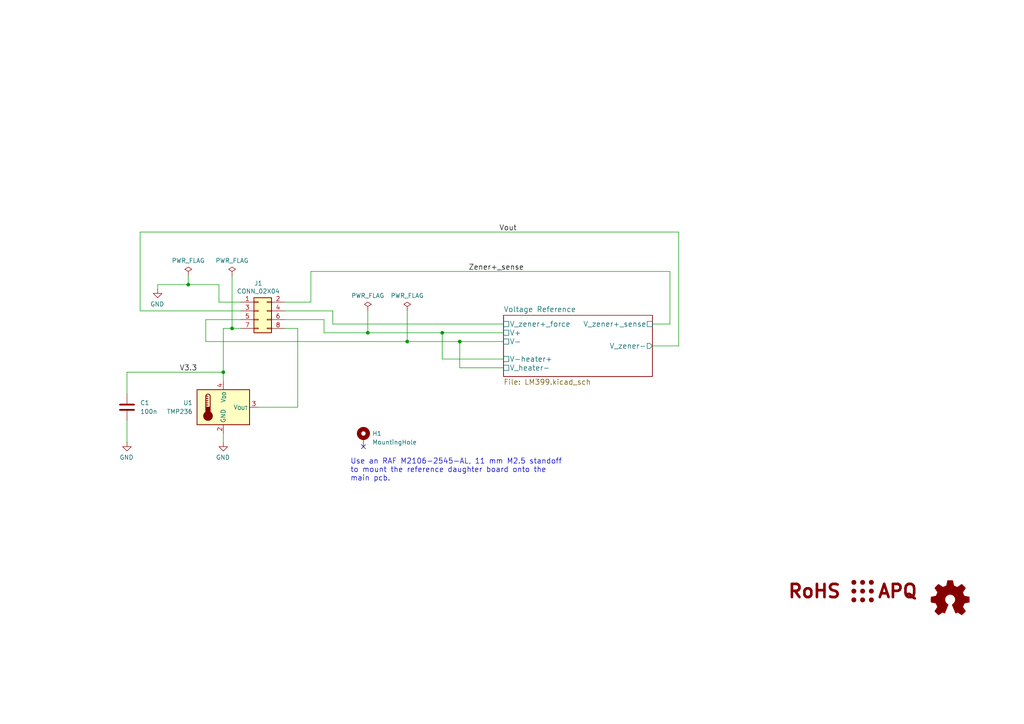
<source format=kicad_sch>
(kicad_sch (version 20231120) (generator "eeschema") (generator_version "8.0")
  (paper "A4")
  (title_block (title "LM399/ADR1399 negative voltage reference") (date "2024-07-30") (rev "3.4.2") (comment 1 "Copyright (©) 2024, Patrick Baus <patrick.baus@physik.tu-darmstadt.de>") (comment 2 "Licensed under CERN OHL-W v2.0"))
  (lib_symbols
    (symbol "Connector_Generic:Conn_02x04_Odd_Even" (pin_names (offset 1.016) hide)
      (property "Reference" "J" (at 1.27 5.08 0))
      (property "Value" "Conn_02x04_Odd_Even" (at 1.27 -7.62 0))
      (symbol "Conn_02x04_Odd_Even_1_1"
        (rectangle (start -1.27 -4.953) (end 0 -5.207) (stroke (width 0.1524)))
        (rectangle (start -1.27 -2.413) (end 0 -2.667) (stroke (width 0.1524)))
        (rectangle (start -1.27 0.127) (end 0 -0.127) (stroke (width 0.1524)))
        (rectangle (start -1.27 2.667) (end 0 2.413) (stroke (width 0.1524)))
        (rectangle (start -1.27 3.81) (end 3.81 -6.35) (stroke (width 0.254)) (fill (type background)))
        (rectangle (start 3.81 -4.953) (end 2.54 -5.207) (stroke (width 0.1524)))
        (rectangle (start 3.81 -2.413) (end 2.54 -2.667) (stroke (width 0.1524)))
        (rectangle (start 3.81 0.127) (end 2.54 -0.127) (stroke (width 0.1524)))
        (rectangle (start 3.81 2.667) (end 2.54 2.413) (stroke (width 0.1524)))
        (pin passive line (at -5.08 2.54 0) (length 3.81) (name "Pin_1") (number "1"))
        (pin passive line (at 7.62 2.54 180) (length 3.81) (name "Pin_2") (number "2"))
        (pin passive line (at -5.08 0 0) (length 3.81) (name "Pin_3") (number "3"))
        (pin passive line (at 7.62 0 180) (length 3.81) (name "Pin_4") (number "4"))
        (pin passive line (at -5.08 -2.54 0) (length 3.81) (name "Pin_5") (number "5"))
        (pin passive line (at 7.62 -2.54 180) (length 3.81) (name "Pin_6") (number "6"))
        (pin passive line (at -5.08 -5.08 0) (length 3.81) (name "Pin_7") (number "7"))
        (pin passive line (at 7.62 -5.08 180) (length 3.81) (name "Pin_8") (number "8"))
      )
    )
    (symbol "Custom_logos:Logo_APQ" (pin_names (offset 1.016)) (in_bom no)
      (symbol "Logo_APQ_0_0"
        (text "APQ" (at 3.81 0 0) (effects (font (size 3.81 3.81) (bold yes))))
      )
      (symbol "Logo_APQ_0_1"
        (circle (center -8.89 0) (radius 0.635) (fill (type outline)))
        (circle (center -8.89 2.54) (radius 0.635) (fill (type outline)))
        (circle (center -6.35 0) (radius 0.635) (fill (type outline)))
        (circle (center -6.35 2.54) (radius 0.635) (fill (type outline)))
        (circle (center -3.81 2.54) (radius 0.635) (fill (type outline)))
      )
      (symbol "Logo_APQ_1_1"
        (circle (center -8.89 -2.54) (radius 0.635) (fill (type outline)))
        (circle (center -6.35 -2.54) (radius 0.635) (fill (type outline)))
        (circle (center -3.81 -2.54) (radius 0.635) (fill (type outline)))
        (circle (center -3.81 0) (radius 0.635) (fill (type outline)))
      )
    )
    (symbol "Custom_logos:SYM_RoHS" (in_bom no) (on_board no)
      (symbol "SYM_RoHS_1_0"
        (text "RoHS" (at 0 0 0) (effects (font (size 3.81 3.81) (bold yes))))
      )
    )
    (symbol "Device:C" (pin_numbers hide) (pin_names (offset 0.254))
      (property "Reference" "C" (at 0.635 2.54 0))
      (property "Value" "C" (at 0.635 -2.54 0))
      (symbol "C_0_1"
        (polyline (pts (xy -2.032 -0.762) (xy 2.032 -0.762)) (stroke (width 0.508)))
        (polyline (pts (xy -2.032 0.762) (xy 2.032 0.762)) (stroke (width 0.508)))
      )
      (symbol "C_1_1"
        (pin passive line (at 0 3.81 270) (length 2.794) (name "~") (number "1"))
        (pin passive line (at 0 -3.81 90) (length 2.794) (name "~") (number "2"))
      )
    )
    (symbol "Graphic:Logo_Open_Hardware_Small" (in_bom no) (on_board no)
      (symbol "Logo_Open_Hardware_Small_0_1"
        (polyline (pts (xy 3.3528 -4.3434) (xy 3.302 -4.318) (xy 3.175 -4.2418) (xy 2.9972 -4.1148) (xy 2.7686 -3.9624) (xy 2.54 -3.81) (xy 2.3622 -3.7084) (xy 2.2352 -3.6068) (xy 2.1844 -3.5814) (xy 2.159 -3.6068) (xy 2.0574 -3.6576) (xy 1.905 -3.7338) (xy 1.8034 -3.7846) (xy 1.6764 -3.8354) (xy 1.6002 -3.8354) (xy 1.6002 -3.8354) (xy 1.5494 -3.7338) (xy 1.4732 -3.5306) (xy 1.3462 -3.302) (xy 1.2446 -3.0226) (xy 1.1176 -2.7178) (xy 0.9652 -2.413) (xy 0.8636 -2.1082) (xy 0.7366 -1.8288) (xy 0.6604 -1.6256) (xy 0.6096 -1.4732) (xy 0.5842 -1.397) (xy 0.5842 -1.397) (xy 0.6604 -1.3208) (xy 0.7874 -1.2446) (xy 1.0414 -1.016) (xy 1.2954 -0.6858) (xy 1.4478 -0.3302) (xy 1.524 0.0762) (xy 1.4732 0.4572) (xy 1.3208 0.8128) (xy 1.0668 1.143) (xy 0.762 1.3716) (xy 0.4064 1.524) (xy 0 1.5748) (xy -0.381 1.5494) (xy -0.7366 1.397) (xy -1.0668 1.143) (xy -1.2192 0.9906) (xy -1.397 0.6604) (xy -1.524 0.3048) (xy -1.524 0.2286) (xy -1.4986 -0.1778) (xy -1.397 -0.5334) (xy -1.1938 -0.8636) (xy -0.9144 -1.143) (xy -0.8636 -1.1684) (xy -0.7366 -1.27) (xy -0.635 -1.3462) (xy -0.5842 -1.397) (xy -1.0668 -2.5908) (xy -1.143 -2.794) (xy -1.2954 -3.1242) (xy -1.397 -3.4036) (xy -1.4986 -3.6322) (xy -1.5748 -3.7846) (xy -1.6002 -3.8354) (xy -1.6002 -3.8354) (xy -1.651 -3.8354) (xy -1.7272 -3.81) (xy -1.905 -3.7338) (xy -2.0066 -3.683) (xy -2.1336 -3.6068) (xy -2.2098 -3.5814) (xy -2.2606 -3.6068) (xy -2.3622 -3.683) (xy -2.54 -3.81) (xy -2.7686 -3.9624) (xy -2.9718 -4.0894) (xy -3.1496 -4.2164) (xy -3.302 -4.318) (xy -3.3528 -4.3434) (xy -3.3782 -4.3434) (xy -3.429 -4.318) (xy -3.5306 -4.2164) (xy -3.7084 -4.064) (xy -3.937 -3.8354) (xy -3.9624 -3.81) (xy -4.1656 -3.6068) (xy -4.318 -3.4544) (xy -4.4196 -3.3274) (xy -4.445 -3.2766) (xy -4.445 -3.2766) (xy -4.4196 -3.2258) (xy -4.318 -3.0734) (xy -4.2164 -2.8956) (xy -4.064 -2.667) (xy -3.6576 -2.0828) (xy -3.8862 -1.5494) (xy -3.937 -1.3716) (xy -4.0386 -1.1684) (xy -4.0894 -1.0414) (xy -4.1148 -0.9652) (xy -4.191 -0.9398) (xy -4.318 -0.9144) (xy -4.5466 -0.8636) (xy -4.8006 -0.8128) (xy -5.0546 -0.7874) (xy -5.2578 -0.7366) (xy -5.4356 -0.7112) (xy -5.5118 -0.6858) (xy -5.5118 -0.6858) (xy -5.5372 -0.635) (xy -5.5372 -0.5588) (xy -5.5372 -0.4318) (xy -5.5626 -0.2286) (xy -5.5626 0.0762) (xy -5.5626 0.127) (xy -5.5372 0.4064) (xy -5.5372 0.635) (xy -5.5372 0.762) (xy -5.5372 0.8382) (xy -5.5372 0.8382) (xy -5.461 0.8382) (xy -5.3086 0.889) (xy -5.08 0.9144) (xy -4.826 0.9652) (xy -4.8006 0.9906) (xy -4.5466 1.0414) (xy -4.318 1.0668) (xy -4.1656 1.1176) (xy -4.0894 1.143) (xy -4.0894 1.143) (xy -4.0386 1.2446) (xy -3.9624 1.4224) (xy -3.8608 1.6256) (xy -3.7846 1.8288) (xy -3.7084 2.0066) (xy -3.6576 2.159) (xy -3.6322 2.2098) (xy -3.6322 2.2098) (xy -3.683 2.286) (xy -3.7592 2.413) (xy -3.8862 2.5908) (xy -4.064 2.8194) (xy -4.064 2.8448) (xy -4.2164 3.0734) (xy -4.3434 3.2512) (xy -4.4196 3.3782) (xy -4.445 3.4544) (xy -4.445 3.4544) (xy -4.3942 3.5052) (xy -4.2926 3.6322) (xy -4.1148 3.81) (xy -3.937 4.0132) (xy -3.8608 4.064) (xy -3.6576 4.2926) (xy -3.5052 4.4196) (xy -3.4036 4.4958) (xy -3.3528 4.5212) (xy -3.3528 4.5212) (xy -3.302 4.4704) (xy -3.1496 4.3688) (xy -2.9718 4.2418) (xy -2.7432 4.0894) (xy -2.7178 4.0894) (xy -2.4892 3.937) (xy -2.3114 3.81) (xy -2.1844 3.7084) (xy -2.1336 3.683) (xy -2.1082 3.683) (xy -2.032 3.7084) (xy -1.8542 3.7592) (xy -1.6764 3.8354) (xy -1.4732 3.937) (xy -1.27 4.0132) (xy -1.143 4.064) (xy -1.0668 4.1148) (xy -1.0668 4.1148) (xy -1.0414 4.191) (xy -1.016 4.3434) (xy -0.9652 4.572) (xy -0.9144 4.8514) (xy -0.889 4.9022) (xy -0.8382 5.1562) (xy -0.8128 5.3848) (xy -0.7874 5.5372) (xy -0.762 5.588) (xy -0.7112 5.6134) (xy -0.5842 5.6134) (xy -0.4064 5.6134) (xy -0.1524 5.6134) (xy 0.0762 5.6134) (xy 0.3302 5.6134) (xy 0.5334 5.6134) (xy 0.6858 5.588) (xy 0.7366 5.588) (xy 0.7366 5.588) (xy 0.762 5.5118) (xy 0.8128 5.334) (xy 0.8382 5.1054) (xy 0.9144 4.826) (xy 0.9144 4.7752) (xy 0.9652 4.5212) (xy 1.016 4.2926) (xy 1.0414 4.1402) (xy 1.0668 4.0894) (xy 1.0668 4.0894) (xy 1.1938 4.0386) (xy 1.3716 3.9624) (xy 1.5748 3.8608) (xy 2.0828 3.6576) (xy 2.7178 4.0894) (xy 2.7686 4.1402) (xy 2.9972 4.2926) (xy 3.175 4.4196) (xy 3.302 4.4958) (xy 3.3782 4.5212) (xy 3.3782 4.5212) (xy 3.429 4.4704) (xy 3.556 4.3434) (xy 3.7338 4.191) (xy 3.9116 3.9878) (xy 4.064 3.8354) (xy 4.2418 3.6576) (xy 4.3434 3.556) (xy 4.4196 3.4798) (xy 4.4196 3.429) (xy 4.4196 3.4036) (xy 4.3942 3.3274) (xy 4.2926 3.2004) (xy 4.1656 2.9972) (xy 4.0132 2.794) (xy 3.8862 2.5908) (xy 3.7592 2.3876) (xy 3.6576 2.2352) (xy 3.6322 2.159) (xy 3.6322 2.1336) (xy 3.683 2.0066) (xy 3.7592 1.8288) (xy 3.8608 1.6002) (xy 4.064 1.1176) (xy 4.3942 1.0414) (xy 4.5974 1.016) (xy 4.8768 0.9652) (xy 5.1308 0.9144) (xy 5.5372 0.8382) (xy 5.5626 -0.6604) (xy 5.4864 -0.6858) (xy 5.4356 -0.6858) (xy 5.2832 -0.7366) (xy 5.0546 -0.762) (xy 4.8006 -0.8128) (xy 4.5974 -0.8636) (xy 4.3688 -0.9144) (xy 4.2164 -0.9398) (xy 4.1402 -0.9398) (xy 4.1148 -0.9652) (xy 4.064 -1.0668) (xy 3.9878 -1.2446) (xy 3.9116 -1.4478) (xy 3.81 -1.651) (xy 3.7338 -1.8542) (xy 3.683 -2.0066) (xy 3.6576 -2.0828) (xy 3.683 -2.1336) (xy 3.7846 -2.2606) (xy 3.8862 -2.4638) (xy 4.0386 -2.667) (xy 4.191 -2.8956) (xy 4.318 -3.0734) (xy 4.3942 -3.2004) (xy 4.445 -3.2766) (xy 4.4196 -3.3274) (xy 4.3434 -3.429) (xy 4.1656 -3.5814) (xy 3.937 -3.8354) (xy 3.8862 -3.8608) (xy 3.683 -4.064) (xy 3.5306 -4.2164) (xy 3.4036 -4.318) (xy 3.3528 -4.3434)) (fill (type outline)))
      )
    )
    (symbol "Mechanical:MountingHole_Pad" (pin_numbers hide) (pin_names (offset 1.016) hide)
      (property "Reference" "H" (at 0 6.35 0))
      (property "Value" "MountingHole_Pad" (at 0 4.445 0))
      (symbol "MountingHole_Pad_0_1"
        (circle (center 0 1.27) (radius 1.27) (stroke (width 1.27)))
      )
      (symbol "MountingHole_Pad_1_1"
        (pin input line (at 0 -2.54 90) (length 2.54) (name "1") (number "1"))
      )
    )
    (symbol "Sensor_Temperature:TMP20AIDCK"
      (property "Reference" "U" (at -6.35 6.35 0))
      (property "Value" "TMP20AIDCK" (at 1.27 6.35 0))
      (symbol "TMP20AIDCK_0_1"
        (rectangle (start -7.62 5.08) (end 7.62 -5.08) (stroke (width 0.254)) (fill (type background)))
        (circle (center -4.445 -2.54) (radius 1.27) (stroke (width 0.254)) (fill (type outline)))
        (rectangle (start -3.81 -1.905) (end -5.08 0) (stroke (width 0.254)) (fill (type outline)))
        (arc (start -3.81 3.175) (mid -4.445 3.8073) (end -5.08 3.175) (stroke (width 0.254)))
        (polyline (pts (xy -5.08 0.635) (xy -4.445 0.635)) (stroke (width 0.254)))
        (polyline (pts (xy -5.08 1.27) (xy -4.445 1.27)) (stroke (width 0.254)))
        (polyline (pts (xy -5.08 1.905) (xy -4.445 1.905)) (stroke (width 0.254)))
        (polyline (pts (xy -5.08 2.54) (xy -4.445 2.54)) (stroke (width 0.254)))
        (polyline (pts (xy -5.08 3.175) (xy -5.08 0)) (stroke (width 0.254)))
        (polyline (pts (xy -5.08 3.175) (xy -4.445 3.175)) (stroke (width 0.254)))
        (polyline (pts (xy -3.81 3.175) (xy -3.81 0)) (stroke (width 0.254)))
      )
      (symbol "TMP20AIDCK_1_1"
        (pin no_connect line (at 10.16 -2.54 180) (length 2.54) hide (name "NC") (number "1"))
        (pin power_in line (at 0 -7.62 90) (length 2.54) (name "GND") (number "2"))
        (pin output line (at 10.16 0 180) (length 2.54) (name "V_{OUT}") (number "3"))
        (pin power_in line (at 0 7.62 270) (length 2.54) (name "V_{DD}") (number "4"))
        (pin passive line (at 0 -7.62 90) (length 2.54) hide (name "GND") (number "5"))
      )
    )
    (symbol "power:GND" (power) (pin_numbers hide) (pin_names (offset 0) hide)
      (property "Value" "GND" (at 0 -3.81 0))
      (symbol "GND_0_1"
        (polyline (pts (xy 0 0) (xy 0 -1.27) (xy 1.27 -1.27) (xy 0 -2.54) (xy -1.27 -1.27) (xy 0 -1.27)))
      )
      (symbol "GND_1_1"
        (pin power_in line (at 0 0 270) (length 0) (name "~") (number "1"))
      )
    )
    (symbol "power:PWR_FLAG" (power) (pin_numbers hide) (pin_names (offset 0) hide)
      (property "Value" "PWR_FLAG" (at 0 3.81 0))
      (symbol "PWR_FLAG_0_0"
        (pin power_out line (at 0 0 90) (length 0) (name "~") (number "1"))
      )
      (symbol "PWR_FLAG_0_1"
        (polyline (pts (xy 0 0) (xy 0 1.27) (xy -1.016 1.905) (xy 0 2.54) (xy 1.016 1.905) (xy 0 1.27)))
      )
    )
  )
  (junction (at 118.11 99.06))
  (junction (at 54.61 82.55))
  (junction (at 128.27 96.52))
  (junction (at 106.68 96.52))
  (junction (at 133.35 99.06))
  (junction (at 67.31 95.25))
  (junction (at 64.77 107.95))
  (no_connect (at 105.41 129.54))
  (wire (pts (xy 86.36 95.25) (xy 86.36 118.11)))
  (wire (pts (xy 133.35 99.06) (xy 146.05 99.06)))
  (wire (pts (xy 106.68 90.17) (xy 106.68 96.52)))
  (wire (pts (xy 93.98 92.71) (xy 93.98 96.52)))
  (wire (pts (xy 196.85 67.31) (xy 196.85 100.33)))
  (wire (pts (xy 67.31 95.25) (xy 69.85 95.25)))
  (wire (pts (xy 93.98 96.52) (xy 106.68 96.52)))
  (wire (pts (xy 40.64 67.31) (xy 196.85 67.31)))
  (wire (pts (xy 67.31 80.01) (xy 67.31 95.25)))
  (wire (pts (xy 189.23 93.98) (xy 194.31 93.98)))
  (wire (pts (xy 36.83 114.3) (xy 36.83 107.95)))
  (wire (pts (xy 106.68 96.52) (xy 128.27 96.52)))
  (wire (pts (xy 82.55 90.17) (xy 96.52 90.17)))
  (wire (pts (xy 64.77 128.27) (xy 64.77 125.73)))
  (wire (pts (xy 194.31 93.98) (xy 194.31 78.74)))
  (wire (pts (xy 69.85 87.63) (xy 63.5 87.63)))
  (wire (pts (xy 69.85 90.17) (xy 40.64 90.17)))
  (wire (pts (xy 82.55 92.71) (xy 93.98 92.71)))
  (wire (pts (xy 54.61 82.55) (xy 63.5 82.55)))
  (wire (pts (xy 36.83 121.92) (xy 36.83 128.27)))
  (wire (pts (xy 128.27 104.14) (xy 146.05 104.14)))
  (wire (pts (xy 96.52 93.98) (xy 146.05 93.98)))
  (wire (pts (xy 118.11 99.06) (xy 133.35 99.06)))
  (wire (pts (xy 128.27 96.52) (xy 146.05 96.52)))
  (wire (pts (xy 96.52 90.17) (xy 96.52 93.98)))
  (wire (pts (xy 133.35 106.68) (xy 146.05 106.68)))
  (wire (pts (xy 64.77 107.95) (xy 64.77 95.25)))
  (wire (pts (xy 64.77 110.49) (xy 64.77 107.95)))
  (wire (pts (xy 90.17 87.63) (xy 82.55 87.63)))
  (wire (pts (xy 40.64 90.17) (xy 40.64 67.31)))
  (wire (pts (xy 90.17 78.74) (xy 90.17 87.63)))
  (wire (pts (xy 54.61 80.01) (xy 54.61 82.55)))
  (wire (pts (xy 86.36 95.25) (xy 82.55 95.25)))
  (wire (pts (xy 45.72 82.55) (xy 45.72 83.82)))
  (wire (pts (xy 59.69 92.71) (xy 69.85 92.71)))
  (wire (pts (xy 133.35 99.06) (xy 133.35 106.68)))
  (wire (pts (xy 64.77 95.25) (xy 67.31 95.25)))
  (wire (pts (xy 194.31 78.74) (xy 90.17 78.74)))
  (wire (pts (xy 128.27 96.52) (xy 128.27 104.14)))
  (wire (pts (xy 63.5 87.63) (xy 63.5 82.55)))
  (wire (pts (xy 86.36 118.11) (xy 74.93 118.11)))
  (wire (pts (xy 45.72 82.55) (xy 54.61 82.55)))
  (wire (pts (xy 59.69 99.06) (xy 118.11 99.06)))
  (wire (pts (xy 59.69 92.71) (xy 59.69 99.06)))
  (wire (pts (xy 36.83 107.95) (xy 64.77 107.95)))
  (wire (pts (xy 118.11 90.17) (xy 118.11 99.06)))
  (wire (pts (xy 196.85 100.33) (xy 189.23 100.33)))
  (text "Use an RAF M2106-2545-AL, 11 mm M2.5 standoff\nto mount the reference daughter board onto the\nmain pcb." (at 101.6 139.7 0) (effects (font (size 1.524 1.524)) (justify left bottom)))
  (label "V3.3" (at 52.07 107.95 0) (effects (font (size 1.524 1.524))))
  (label "Zener+_sense" (at 135.89 78.74 0) (effects (font (size 1.524 1.524))))
  (label "Vout" (at 144.78 67.31 0) (effects (font (size 1.524 1.524))))
  (symbol (lib_id "Connector_Generic:Conn_02x04_Odd_Even") (at 74.93 90.17 0) (unit 1)
    (property "Reference" "J1" (at 74.93 82.169 0))
    (property "Value" "CONN_02X04" (at 74.93 84.4804 0))
    (property "Footprint" "Connector_PinSocket_2.54mm:PinSocket_2x04_P2.54mm_Vertical" (effects (hide yes)))
    (property "MFN" "Amphenol" (effects (hide yes)))
    (property "PN" "87606-804LF" (effects (hide yes)))
    (property "RoHS" "Yes" (effects (hide yes)))
    (property "Temperature" "Tstorage = -65 °C to 125 °C" (effects (hide yes)))
  )
  (symbol (lib_id "power:GND") (at 45.72 83.82 0) (mirror y) (unit 1)
    (property "Reference" "#PWR02" (effects (hide yes)))
    (property "Value" "GND" (at 45.593 88.2142 0))
    (property "Description" "Power symbol creates a global label with name \"GND\" , ground" (effects (hide yes)))
  )
  (symbol (lib_id "power:PWR_FLAG") (at 106.68 90.17 0) (unit 1)
    (property "Reference" "#FLG03" (effects (hide yes)))
    (property "Value" "PWR_FLAG" (at 106.68 85.7504 0))
    (property "Description" "Special symbol for telling ERC where power comes from" (effects (hide yes)))
  )
  (symbol (lib_id "power:PWR_FLAG") (at 118.11 90.17 0) (unit 1)
    (property "Reference" "#FLG04" (effects (hide yes)))
    (property "Value" "PWR_FLAG" (at 118.11 85.7504 0))
    (property "Description" "Special symbol for telling ERC where power comes from" (effects (hide yes)))
  )
  (symbol (lib_id "power:PWR_FLAG") (at 54.61 80.01 0) (mirror y) (unit 1)
    (property "Reference" "#FLG01" (effects (hide yes)))
    (property "Value" "PWR_FLAG" (at 54.61 75.5904 0))
    (property "Description" "Special symbol for telling ERC where power comes from" (effects (hide yes)))
  )
  (symbol (lib_id "Sensor_Temperature:TMP20AIDCK") (at 64.77 118.11 0) (unit 1)
    (property "Reference" "U1" (at 55.88 116.84 0) (effects (justify right)))
    (property "Value" "TMP236" (at 55.88 119.38 0) (effects (justify right)))
    (property "Footprint" "Package_TO_SOT_SMD:SOT-353_SC-70-5" (effects (hide yes)))
    (property "Datasheet" "http://www.ti.com/lit/ds/symlink/tmp20.pdf" (effects (hide yes)))
    (property "MFN" "Texas Instruments" (effects (hide yes)))
    (property "PN" "TMP236A2DCKR" (effects (hide yes)))
    (property "RoHS" "Yes" (effects (hide yes)))
    (property "Temperature" "Tstorage = -65 °C to 150 °C" (effects (hide yes)))
  )
  (symbol (lib_id "power:GND") (at 64.77 128.27 0) (mirror y) (unit 1)
    (property "Reference" "#PWR03" (effects (hide yes)))
    (property "Value" "GND" (at 64.643 132.6642 0))
    (property "Description" "Power symbol creates a global label with name \"GND\" , ground" (effects (hide yes)))
  )
  (symbol (lib_id "Graphic:Logo_Open_Hardware_Small") (at 275.59 173.99 0) (unit 1) (exclude_from_sim yes) (in_bom no)
    (property "Reference" "LOGO1" (effects (hide yes)))
    (property "Value" "Logo_Open_Hardware_Small" (effects (hide yes)))
    (property "Footprint" "Symbol:OSHW-Logo2_7.3x6mm_SilkScreen" (effects (hide yes)))
  )
  (symbol (lib_id "power:PWR_FLAG") (at 67.31 80.01 0) (mirror y) (unit 1)
    (property "Reference" "#FLG02" (effects (hide yes)))
    (property "Value" "PWR_FLAG" (at 67.31 75.5904 0))
    (property "Description" "Special symbol for telling ERC where power comes from" (effects (hide yes)))
  )
  (symbol (lib_id "Mechanical:MountingHole_Pad") (at 105.41 127 0) (unit 1) (in_bom no)
    (property "Reference" "H1" (at 107.95 125.73 0) (effects (justify left)))
    (property "Value" "MountingHole" (at 107.95 128.27 0) (effects (justify left)))
    (property "Footprint" "MountingHole:MountingHole_2.7mm_M2.5_DIN965_Pad" (effects (hide yes)))
  )
  (symbol (lib_id "Device:C") (at 36.83 118.11 0) (unit 1)
    (property "Reference" "C1" (at 40.64 116.84 0) (effects (justify left)))
    (property "Value" "100n" (at 40.64 119.38 0) (effects (justify left)))
    (property "Footprint" "Capacitor_SMD:C_0603_1608Metric" (effects (hide yes)))
    (property "MFN" "Kemet" (effects (hide yes)))
    (property "PN" "C0603C104K5RACAUTO" (effects (hide yes)))
    (property "RoHS" "Yes" (effects (hide yes)))
    (property "Temperature" "Tstorage = –55 °C to 125 °C" (effects (hide yes)))
  )
  (symbol (lib_id "power:GND") (at 36.83 128.27 0) (mirror y) (unit 1)
    (property "Reference" "#PWR01" (effects (hide yes)))
    (property "Value" "GND" (at 36.703 132.6642 0))
    (property "Description" "Power symbol creates a global label with name \"GND\" , ground" (effects (hide yes)))
  )
  (symbol (lib_id "Custom_logos:Logo_APQ") (at 256.54 171.45 0) (unit 1) (exclude_from_sim yes) (in_bom no)
    (property "Reference" "#LOGO1" (effects (hide yes)))
    (property "Value" "Logo_APQ" (effects (hide yes)))
  )
  (symbol (lib_id "Custom_logos:SYM_RoHS") (at 236.22 171.45 0) (unit 1) (exclude_from_sim yes) (in_bom no) (on_board no)
    (property "Reference" "#SYM1" (effects (hide yes)))
    (property "Value" "SYM_RoHS" (effects (hide yes)))
  )
  (sheet (at 146.05 91.44) (size 43.18 17.78)
    (property "Sheetname" "Voltage Reference" (at 146.05 90.6014 0) (effects (font (size 1.524 1.524)) (justify left bottom)))
    (property "Sheetfile" "LM399.kicad_sch" (at 146.05 109.9062 0) (effects (font (size 1.524 1.524)) (justify left top)))
    (pin "V+" passive (at 146.05 96.52 180) (effects (font (size 1.524 1.524))))
    (pin "V-" passive (at 146.05 99.06 180) (effects (font (size 1.524 1.524))))
    (pin "V_zener+_force" passive (at 146.05 93.98 180) (effects (font (size 1.524 1.524))))
    (pin "V_zener-" output (at 189.23 100.33 0) (effects (font (size 1.524 1.524))))
    (pin "V_zener+_sense" passive (at 189.23 93.98 0) (effects (font (size 1.524 1.524))))
    (pin "V-heater+" passive (at 146.05 104.14 180) (effects (font (size 1.524 1.524))))
    (pin "V_heater-" passive (at 146.05 106.68 180) (effects (font (size 1.524 1.524))))
  )
)
</source>
